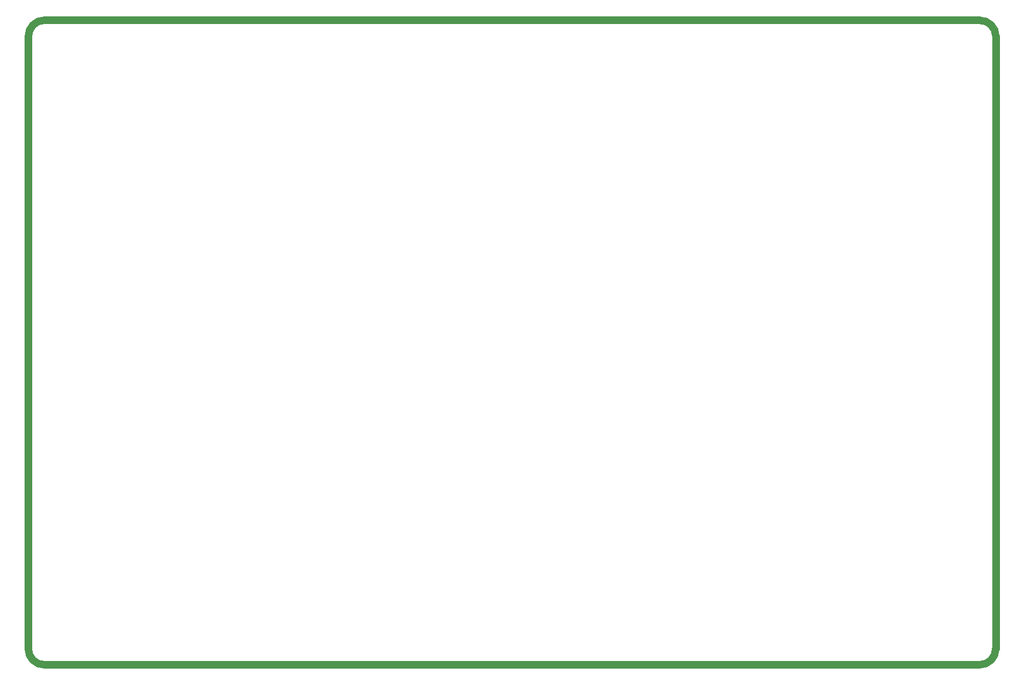
<source format=gm1>
%FSLAX23Y23*%
%MOIN*%
%SFA1B1*%

%IPPOS*%
%ADD120C,0.047240*%
%LNpcb1-1*%
%LPD*%
G54D120*
X1176Y4950D02*
D01*
D01*
G75*
G03X1077Y4851I0J-98D01*
G74*G01*
X6983D02*
D01*
D01*
G75*
G03X6884Y4950I-98J0D01*
G74*G01*
Y1013D02*
D01*
D01*
G75*
G03X6983Y1111I0J98D01*
G74*G01*
X1077D02*
D01*
D01*
G75*
G03X1176Y1013I98J0D01*
G74*G01*
X1077Y1111D02*
Y4851D01*
X1176Y4950D02*
X6884D01*
X6983Y1111D02*
Y4851D01*
X1176Y1013D02*
X6884D01*
M02*
</source>
